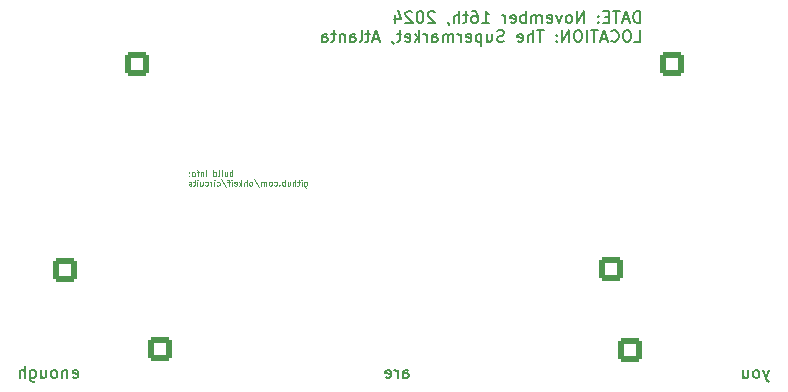
<source format=gbo>
G04 #@! TF.GenerationSoftware,KiCad,Pcbnew,(6.0.2-0)*
G04 #@! TF.CreationDate,2024-10-15T18:59:15-04:00*
G04 #@! TF.ProjectId,Common Circuits,436f6d6d-6f6e-4204-9369-726375697473,rev?*
G04 #@! TF.SameCoordinates,Original*
G04 #@! TF.FileFunction,Legend,Bot*
G04 #@! TF.FilePolarity,Positive*
%FSLAX46Y46*%
G04 Gerber Fmt 4.6, Leading zero omitted, Abs format (unit mm)*
G04 Created by KiCad (PCBNEW (6.0.2-0)) date 2024-10-15 18:59:15*
%MOMM*%
%LPD*%
G01*
G04 APERTURE LIST*
G04 Aperture macros list*
%AMRoundRect*
0 Rectangle with rounded corners*
0 $1 Rounding radius*
0 $2 $3 $4 $5 $6 $7 $8 $9 X,Y pos of 4 corners*
0 Add a 4 corners polygon primitive as box body*
4,1,4,$2,$3,$4,$5,$6,$7,$8,$9,$2,$3,0*
0 Add four circle primitives for the rounded corners*
1,1,$1+$1,$2,$3*
1,1,$1+$1,$4,$5*
1,1,$1+$1,$6,$7*
1,1,$1+$1,$8,$9*
0 Add four rect primitives between the rounded corners*
20,1,$1+$1,$2,$3,$4,$5,0*
20,1,$1+$1,$4,$5,$6,$7,0*
20,1,$1+$1,$6,$7,$8,$9,0*
20,1,$1+$1,$8,$9,$2,$3,0*%
G04 Aperture macros list end*
%ADD10C,0.150000*%
%ADD11C,0.125000*%
%ADD12C,1.600000*%
%ADD13O,1.600000X1.600000*%
%ADD14RoundRect,0.250001X-0.799999X-0.799999X0.799999X-0.799999X0.799999X0.799999X-0.799999X0.799999X0*%
%ADD15C,2.100000*%
%ADD16R,1.600000X1.600000*%
%ADD17RoundRect,0.250001X0.799999X0.799999X-0.799999X0.799999X-0.799999X-0.799999X0.799999X-0.799999X0*%
%ADD18C,2.500000*%
%ADD19R,1.800000X1.800000*%
%ADD20C,1.800000*%
G04 APERTURE END LIST*
D10*
X158392857Y-91885714D02*
X158154761Y-92552380D01*
X157916666Y-91885714D02*
X158154761Y-92552380D01*
X158250000Y-92790476D01*
X158297619Y-92838095D01*
X158392857Y-92885714D01*
X157392857Y-92552380D02*
X157488095Y-92504761D01*
X157535714Y-92457142D01*
X157583333Y-92361904D01*
X157583333Y-92076190D01*
X157535714Y-91980952D01*
X157488095Y-91933333D01*
X157392857Y-91885714D01*
X157250000Y-91885714D01*
X157154761Y-91933333D01*
X157107142Y-91980952D01*
X157059523Y-92076190D01*
X157059523Y-92361904D01*
X157107142Y-92457142D01*
X157154761Y-92504761D01*
X157250000Y-92552380D01*
X157392857Y-92552380D01*
X156202380Y-91885714D02*
X156202380Y-92552380D01*
X156630952Y-91885714D02*
X156630952Y-92409523D01*
X156583333Y-92504761D01*
X156488095Y-92552380D01*
X156345238Y-92552380D01*
X156250000Y-92504761D01*
X156202380Y-92457142D01*
X127423809Y-92552380D02*
X127423809Y-92028571D01*
X127471428Y-91933333D01*
X127566666Y-91885714D01*
X127757142Y-91885714D01*
X127852380Y-91933333D01*
X127423809Y-92504761D02*
X127519047Y-92552380D01*
X127757142Y-92552380D01*
X127852380Y-92504761D01*
X127900000Y-92409523D01*
X127900000Y-92314285D01*
X127852380Y-92219047D01*
X127757142Y-92171428D01*
X127519047Y-92171428D01*
X127423809Y-92123809D01*
X126947619Y-92552380D02*
X126947619Y-91885714D01*
X126947619Y-92076190D02*
X126900000Y-91980952D01*
X126852380Y-91933333D01*
X126757142Y-91885714D01*
X126661904Y-91885714D01*
X125947619Y-92504761D02*
X126042857Y-92552380D01*
X126233333Y-92552380D01*
X126328571Y-92504761D01*
X126376190Y-92409523D01*
X126376190Y-92028571D01*
X126328571Y-91933333D01*
X126233333Y-91885714D01*
X126042857Y-91885714D01*
X125947619Y-91933333D01*
X125900000Y-92028571D01*
X125900000Y-92123809D01*
X126376190Y-92219047D01*
X147464404Y-62497380D02*
X147464404Y-61497380D01*
X147226309Y-61497380D01*
X147083452Y-61545000D01*
X146988214Y-61640238D01*
X146940595Y-61735476D01*
X146892976Y-61925952D01*
X146892976Y-62068809D01*
X146940595Y-62259285D01*
X146988214Y-62354523D01*
X147083452Y-62449761D01*
X147226309Y-62497380D01*
X147464404Y-62497380D01*
X146512023Y-62211666D02*
X146035833Y-62211666D01*
X146607261Y-62497380D02*
X146273928Y-61497380D01*
X145940595Y-62497380D01*
X145750119Y-61497380D02*
X145178690Y-61497380D01*
X145464404Y-62497380D02*
X145464404Y-61497380D01*
X144845357Y-61973571D02*
X144512023Y-61973571D01*
X144369166Y-62497380D02*
X144845357Y-62497380D01*
X144845357Y-61497380D01*
X144369166Y-61497380D01*
X143940595Y-62402142D02*
X143892976Y-62449761D01*
X143940595Y-62497380D01*
X143988214Y-62449761D01*
X143940595Y-62402142D01*
X143940595Y-62497380D01*
X143940595Y-61878333D02*
X143892976Y-61925952D01*
X143940595Y-61973571D01*
X143988214Y-61925952D01*
X143940595Y-61878333D01*
X143940595Y-61973571D01*
X142702500Y-62497380D02*
X142702500Y-61497380D01*
X142131071Y-62497380D01*
X142131071Y-61497380D01*
X141512023Y-62497380D02*
X141607261Y-62449761D01*
X141654880Y-62402142D01*
X141702500Y-62306904D01*
X141702500Y-62021190D01*
X141654880Y-61925952D01*
X141607261Y-61878333D01*
X141512023Y-61830714D01*
X141369166Y-61830714D01*
X141273928Y-61878333D01*
X141226309Y-61925952D01*
X141178690Y-62021190D01*
X141178690Y-62306904D01*
X141226309Y-62402142D01*
X141273928Y-62449761D01*
X141369166Y-62497380D01*
X141512023Y-62497380D01*
X140845357Y-61830714D02*
X140607261Y-62497380D01*
X140369166Y-61830714D01*
X139607261Y-62449761D02*
X139702500Y-62497380D01*
X139892976Y-62497380D01*
X139988214Y-62449761D01*
X140035833Y-62354523D01*
X140035833Y-61973571D01*
X139988214Y-61878333D01*
X139892976Y-61830714D01*
X139702500Y-61830714D01*
X139607261Y-61878333D01*
X139559642Y-61973571D01*
X139559642Y-62068809D01*
X140035833Y-62164047D01*
X139131071Y-62497380D02*
X139131071Y-61830714D01*
X139131071Y-61925952D02*
X139083452Y-61878333D01*
X138988214Y-61830714D01*
X138845357Y-61830714D01*
X138750119Y-61878333D01*
X138702500Y-61973571D01*
X138702500Y-62497380D01*
X138702500Y-61973571D02*
X138654880Y-61878333D01*
X138559642Y-61830714D01*
X138416785Y-61830714D01*
X138321547Y-61878333D01*
X138273928Y-61973571D01*
X138273928Y-62497380D01*
X137797738Y-62497380D02*
X137797738Y-61497380D01*
X137797738Y-61878333D02*
X137702500Y-61830714D01*
X137512023Y-61830714D01*
X137416785Y-61878333D01*
X137369166Y-61925952D01*
X137321547Y-62021190D01*
X137321547Y-62306904D01*
X137369166Y-62402142D01*
X137416785Y-62449761D01*
X137512023Y-62497380D01*
X137702500Y-62497380D01*
X137797738Y-62449761D01*
X136512023Y-62449761D02*
X136607261Y-62497380D01*
X136797738Y-62497380D01*
X136892976Y-62449761D01*
X136940595Y-62354523D01*
X136940595Y-61973571D01*
X136892976Y-61878333D01*
X136797738Y-61830714D01*
X136607261Y-61830714D01*
X136512023Y-61878333D01*
X136464404Y-61973571D01*
X136464404Y-62068809D01*
X136940595Y-62164047D01*
X136035833Y-62497380D02*
X136035833Y-61830714D01*
X136035833Y-62021190D02*
X135988214Y-61925952D01*
X135940595Y-61878333D01*
X135845357Y-61830714D01*
X135750119Y-61830714D01*
X134131071Y-62497380D02*
X134702500Y-62497380D01*
X134416785Y-62497380D02*
X134416785Y-61497380D01*
X134512023Y-61640238D01*
X134607261Y-61735476D01*
X134702500Y-61783095D01*
X133273928Y-61497380D02*
X133464404Y-61497380D01*
X133559642Y-61545000D01*
X133607261Y-61592619D01*
X133702500Y-61735476D01*
X133750119Y-61925952D01*
X133750119Y-62306904D01*
X133702500Y-62402142D01*
X133654880Y-62449761D01*
X133559642Y-62497380D01*
X133369166Y-62497380D01*
X133273928Y-62449761D01*
X133226309Y-62402142D01*
X133178690Y-62306904D01*
X133178690Y-62068809D01*
X133226309Y-61973571D01*
X133273928Y-61925952D01*
X133369166Y-61878333D01*
X133559642Y-61878333D01*
X133654880Y-61925952D01*
X133702500Y-61973571D01*
X133750119Y-62068809D01*
X132892976Y-61830714D02*
X132512023Y-61830714D01*
X132750119Y-61497380D02*
X132750119Y-62354523D01*
X132702500Y-62449761D01*
X132607261Y-62497380D01*
X132512023Y-62497380D01*
X132178690Y-62497380D02*
X132178690Y-61497380D01*
X131750119Y-62497380D02*
X131750119Y-61973571D01*
X131797738Y-61878333D01*
X131892976Y-61830714D01*
X132035833Y-61830714D01*
X132131071Y-61878333D01*
X132178690Y-61925952D01*
X131226309Y-62449761D02*
X131226309Y-62497380D01*
X131273928Y-62592619D01*
X131321547Y-62640238D01*
X130083452Y-61592619D02*
X130035833Y-61545000D01*
X129940595Y-61497380D01*
X129702500Y-61497380D01*
X129607261Y-61545000D01*
X129559642Y-61592619D01*
X129512023Y-61687857D01*
X129512023Y-61783095D01*
X129559642Y-61925952D01*
X130131071Y-62497380D01*
X129512023Y-62497380D01*
X128892976Y-61497380D02*
X128797738Y-61497380D01*
X128702500Y-61545000D01*
X128654880Y-61592619D01*
X128607261Y-61687857D01*
X128559642Y-61878333D01*
X128559642Y-62116428D01*
X128607261Y-62306904D01*
X128654880Y-62402142D01*
X128702500Y-62449761D01*
X128797738Y-62497380D01*
X128892976Y-62497380D01*
X128988214Y-62449761D01*
X129035833Y-62402142D01*
X129083452Y-62306904D01*
X129131071Y-62116428D01*
X129131071Y-61878333D01*
X129083452Y-61687857D01*
X129035833Y-61592619D01*
X128988214Y-61545000D01*
X128892976Y-61497380D01*
X128178690Y-61592619D02*
X128131071Y-61545000D01*
X128035833Y-61497380D01*
X127797738Y-61497380D01*
X127702500Y-61545000D01*
X127654880Y-61592619D01*
X127607261Y-61687857D01*
X127607261Y-61783095D01*
X127654880Y-61925952D01*
X128226309Y-62497380D01*
X127607261Y-62497380D01*
X126750119Y-61830714D02*
X126750119Y-62497380D01*
X126988214Y-61449761D02*
X127226309Y-62164047D01*
X126607261Y-62164047D01*
X146988214Y-64107380D02*
X147464404Y-64107380D01*
X147464404Y-63107380D01*
X146464404Y-63107380D02*
X146273928Y-63107380D01*
X146178690Y-63155000D01*
X146083452Y-63250238D01*
X146035833Y-63440714D01*
X146035833Y-63774047D01*
X146083452Y-63964523D01*
X146178690Y-64059761D01*
X146273928Y-64107380D01*
X146464404Y-64107380D01*
X146559642Y-64059761D01*
X146654880Y-63964523D01*
X146702500Y-63774047D01*
X146702500Y-63440714D01*
X146654880Y-63250238D01*
X146559642Y-63155000D01*
X146464404Y-63107380D01*
X145035833Y-64012142D02*
X145083452Y-64059761D01*
X145226309Y-64107380D01*
X145321547Y-64107380D01*
X145464404Y-64059761D01*
X145559642Y-63964523D01*
X145607261Y-63869285D01*
X145654880Y-63678809D01*
X145654880Y-63535952D01*
X145607261Y-63345476D01*
X145559642Y-63250238D01*
X145464404Y-63155000D01*
X145321547Y-63107380D01*
X145226309Y-63107380D01*
X145083452Y-63155000D01*
X145035833Y-63202619D01*
X144654880Y-63821666D02*
X144178690Y-63821666D01*
X144750119Y-64107380D02*
X144416785Y-63107380D01*
X144083452Y-64107380D01*
X143892976Y-63107380D02*
X143321547Y-63107380D01*
X143607261Y-64107380D02*
X143607261Y-63107380D01*
X142988214Y-64107380D02*
X142988214Y-63107380D01*
X142321547Y-63107380D02*
X142131071Y-63107380D01*
X142035833Y-63155000D01*
X141940595Y-63250238D01*
X141892976Y-63440714D01*
X141892976Y-63774047D01*
X141940595Y-63964523D01*
X142035833Y-64059761D01*
X142131071Y-64107380D01*
X142321547Y-64107380D01*
X142416785Y-64059761D01*
X142512023Y-63964523D01*
X142559642Y-63774047D01*
X142559642Y-63440714D01*
X142512023Y-63250238D01*
X142416785Y-63155000D01*
X142321547Y-63107380D01*
X141464404Y-64107380D02*
X141464404Y-63107380D01*
X140892976Y-64107380D01*
X140892976Y-63107380D01*
X140416785Y-64012142D02*
X140369166Y-64059761D01*
X140416785Y-64107380D01*
X140464404Y-64059761D01*
X140416785Y-64012142D01*
X140416785Y-64107380D01*
X140416785Y-63488333D02*
X140369166Y-63535952D01*
X140416785Y-63583571D01*
X140464404Y-63535952D01*
X140416785Y-63488333D01*
X140416785Y-63583571D01*
X139321547Y-63107380D02*
X138750119Y-63107380D01*
X139035833Y-64107380D02*
X139035833Y-63107380D01*
X138416785Y-64107380D02*
X138416785Y-63107380D01*
X137988214Y-64107380D02*
X137988214Y-63583571D01*
X138035833Y-63488333D01*
X138131071Y-63440714D01*
X138273928Y-63440714D01*
X138369166Y-63488333D01*
X138416785Y-63535952D01*
X137131071Y-64059761D02*
X137226309Y-64107380D01*
X137416785Y-64107380D01*
X137512023Y-64059761D01*
X137559642Y-63964523D01*
X137559642Y-63583571D01*
X137512023Y-63488333D01*
X137416785Y-63440714D01*
X137226309Y-63440714D01*
X137131071Y-63488333D01*
X137083452Y-63583571D01*
X137083452Y-63678809D01*
X137559642Y-63774047D01*
X135940595Y-64059761D02*
X135797738Y-64107380D01*
X135559642Y-64107380D01*
X135464404Y-64059761D01*
X135416785Y-64012142D01*
X135369166Y-63916904D01*
X135369166Y-63821666D01*
X135416785Y-63726428D01*
X135464404Y-63678809D01*
X135559642Y-63631190D01*
X135750119Y-63583571D01*
X135845357Y-63535952D01*
X135892976Y-63488333D01*
X135940595Y-63393095D01*
X135940595Y-63297857D01*
X135892976Y-63202619D01*
X135845357Y-63155000D01*
X135750119Y-63107380D01*
X135512023Y-63107380D01*
X135369166Y-63155000D01*
X134512023Y-63440714D02*
X134512023Y-64107380D01*
X134940595Y-63440714D02*
X134940595Y-63964523D01*
X134892976Y-64059761D01*
X134797738Y-64107380D01*
X134654880Y-64107380D01*
X134559642Y-64059761D01*
X134512023Y-64012142D01*
X134035833Y-63440714D02*
X134035833Y-64440714D01*
X134035833Y-63488333D02*
X133940595Y-63440714D01*
X133750119Y-63440714D01*
X133654880Y-63488333D01*
X133607261Y-63535952D01*
X133559642Y-63631190D01*
X133559642Y-63916904D01*
X133607261Y-64012142D01*
X133654880Y-64059761D01*
X133750119Y-64107380D01*
X133940595Y-64107380D01*
X134035833Y-64059761D01*
X132750119Y-64059761D02*
X132845357Y-64107380D01*
X133035833Y-64107380D01*
X133131071Y-64059761D01*
X133178690Y-63964523D01*
X133178690Y-63583571D01*
X133131071Y-63488333D01*
X133035833Y-63440714D01*
X132845357Y-63440714D01*
X132750119Y-63488333D01*
X132702500Y-63583571D01*
X132702500Y-63678809D01*
X133178690Y-63774047D01*
X132273928Y-64107380D02*
X132273928Y-63440714D01*
X132273928Y-63631190D02*
X132226309Y-63535952D01*
X132178690Y-63488333D01*
X132083452Y-63440714D01*
X131988214Y-63440714D01*
X131654880Y-64107380D02*
X131654880Y-63440714D01*
X131654880Y-63535952D02*
X131607261Y-63488333D01*
X131512023Y-63440714D01*
X131369166Y-63440714D01*
X131273928Y-63488333D01*
X131226309Y-63583571D01*
X131226309Y-64107380D01*
X131226309Y-63583571D02*
X131178690Y-63488333D01*
X131083452Y-63440714D01*
X130940595Y-63440714D01*
X130845357Y-63488333D01*
X130797738Y-63583571D01*
X130797738Y-64107380D01*
X129892976Y-64107380D02*
X129892976Y-63583571D01*
X129940595Y-63488333D01*
X130035833Y-63440714D01*
X130226309Y-63440714D01*
X130321547Y-63488333D01*
X129892976Y-64059761D02*
X129988214Y-64107380D01*
X130226309Y-64107380D01*
X130321547Y-64059761D01*
X130369166Y-63964523D01*
X130369166Y-63869285D01*
X130321547Y-63774047D01*
X130226309Y-63726428D01*
X129988214Y-63726428D01*
X129892976Y-63678809D01*
X129416785Y-64107380D02*
X129416785Y-63440714D01*
X129416785Y-63631190D02*
X129369166Y-63535952D01*
X129321547Y-63488333D01*
X129226309Y-63440714D01*
X129131071Y-63440714D01*
X128797738Y-64107380D02*
X128797738Y-63107380D01*
X128702500Y-63726428D02*
X128416785Y-64107380D01*
X128416785Y-63440714D02*
X128797738Y-63821666D01*
X127607261Y-64059761D02*
X127702500Y-64107380D01*
X127892976Y-64107380D01*
X127988214Y-64059761D01*
X128035833Y-63964523D01*
X128035833Y-63583571D01*
X127988214Y-63488333D01*
X127892976Y-63440714D01*
X127702500Y-63440714D01*
X127607261Y-63488333D01*
X127559642Y-63583571D01*
X127559642Y-63678809D01*
X128035833Y-63774047D01*
X127273928Y-63440714D02*
X126892976Y-63440714D01*
X127131071Y-63107380D02*
X127131071Y-63964523D01*
X127083452Y-64059761D01*
X126988214Y-64107380D01*
X126892976Y-64107380D01*
X126512023Y-64059761D02*
X126512023Y-64107380D01*
X126559642Y-64202619D01*
X126607261Y-64250238D01*
X125369166Y-63821666D02*
X124892976Y-63821666D01*
X125464404Y-64107380D02*
X125131071Y-63107380D01*
X124797738Y-64107380D01*
X124607261Y-63440714D02*
X124226309Y-63440714D01*
X124464404Y-63107380D02*
X124464404Y-63964523D01*
X124416785Y-64059761D01*
X124321547Y-64107380D01*
X124226309Y-64107380D01*
X123750119Y-64107380D02*
X123845357Y-64059761D01*
X123892976Y-63964523D01*
X123892976Y-63107380D01*
X122940595Y-64107380D02*
X122940595Y-63583571D01*
X122988214Y-63488333D01*
X123083452Y-63440714D01*
X123273928Y-63440714D01*
X123369166Y-63488333D01*
X122940595Y-64059761D02*
X123035833Y-64107380D01*
X123273928Y-64107380D01*
X123369166Y-64059761D01*
X123416785Y-63964523D01*
X123416785Y-63869285D01*
X123369166Y-63774047D01*
X123273928Y-63726428D01*
X123035833Y-63726428D01*
X122940595Y-63678809D01*
X122464404Y-63440714D02*
X122464404Y-64107380D01*
X122464404Y-63535952D02*
X122416785Y-63488333D01*
X122321547Y-63440714D01*
X122178690Y-63440714D01*
X122083452Y-63488333D01*
X122035833Y-63583571D01*
X122035833Y-64107380D01*
X121702500Y-63440714D02*
X121321547Y-63440714D01*
X121559642Y-63107380D02*
X121559642Y-63964523D01*
X121512023Y-64059761D01*
X121416785Y-64107380D01*
X121321547Y-64107380D01*
X120559642Y-64107380D02*
X120559642Y-63583571D01*
X120607261Y-63488333D01*
X120702500Y-63440714D01*
X120892976Y-63440714D01*
X120988214Y-63488333D01*
X120559642Y-64059761D02*
X120654880Y-64107380D01*
X120892976Y-64107380D01*
X120988214Y-64059761D01*
X121035833Y-63964523D01*
X121035833Y-63869285D01*
X120988214Y-63774047D01*
X120892976Y-63726428D01*
X120654880Y-63726428D01*
X120559642Y-63678809D01*
D11*
X112966964Y-75473690D02*
X112966964Y-74973690D01*
X112966964Y-75164166D02*
X112919345Y-75140357D01*
X112824107Y-75140357D01*
X112776488Y-75164166D01*
X112752678Y-75187976D01*
X112728869Y-75235595D01*
X112728869Y-75378452D01*
X112752678Y-75426071D01*
X112776488Y-75449880D01*
X112824107Y-75473690D01*
X112919345Y-75473690D01*
X112966964Y-75449880D01*
X112300297Y-75140357D02*
X112300297Y-75473690D01*
X112514583Y-75140357D02*
X112514583Y-75402261D01*
X112490773Y-75449880D01*
X112443154Y-75473690D01*
X112371726Y-75473690D01*
X112324107Y-75449880D01*
X112300297Y-75426071D01*
X112062202Y-75473690D02*
X112062202Y-75140357D01*
X112062202Y-74973690D02*
X112086011Y-74997500D01*
X112062202Y-75021309D01*
X112038392Y-74997500D01*
X112062202Y-74973690D01*
X112062202Y-75021309D01*
X111752678Y-75473690D02*
X111800297Y-75449880D01*
X111824107Y-75402261D01*
X111824107Y-74973690D01*
X111347916Y-75473690D02*
X111347916Y-74973690D01*
X111347916Y-75449880D02*
X111395535Y-75473690D01*
X111490773Y-75473690D01*
X111538392Y-75449880D01*
X111562202Y-75426071D01*
X111586011Y-75378452D01*
X111586011Y-75235595D01*
X111562202Y-75187976D01*
X111538392Y-75164166D01*
X111490773Y-75140357D01*
X111395535Y-75140357D01*
X111347916Y-75164166D01*
X110728869Y-75473690D02*
X110728869Y-75140357D01*
X110728869Y-74973690D02*
X110752678Y-74997500D01*
X110728869Y-75021309D01*
X110705059Y-74997500D01*
X110728869Y-74973690D01*
X110728869Y-75021309D01*
X110490773Y-75140357D02*
X110490773Y-75473690D01*
X110490773Y-75187976D02*
X110466964Y-75164166D01*
X110419345Y-75140357D01*
X110347916Y-75140357D01*
X110300297Y-75164166D01*
X110276488Y-75211785D01*
X110276488Y-75473690D01*
X110109821Y-75140357D02*
X109919345Y-75140357D01*
X110038392Y-75473690D02*
X110038392Y-75045119D01*
X110014583Y-74997500D01*
X109966964Y-74973690D01*
X109919345Y-74973690D01*
X109681250Y-75473690D02*
X109728869Y-75449880D01*
X109752678Y-75426071D01*
X109776488Y-75378452D01*
X109776488Y-75235595D01*
X109752678Y-75187976D01*
X109728869Y-75164166D01*
X109681250Y-75140357D01*
X109609821Y-75140357D01*
X109562202Y-75164166D01*
X109538392Y-75187976D01*
X109514583Y-75235595D01*
X109514583Y-75378452D01*
X109538392Y-75426071D01*
X109562202Y-75449880D01*
X109609821Y-75473690D01*
X109681250Y-75473690D01*
X109300297Y-75426071D02*
X109276488Y-75449880D01*
X109300297Y-75473690D01*
X109324107Y-75449880D01*
X109300297Y-75426071D01*
X109300297Y-75473690D01*
X109300297Y-75164166D02*
X109276488Y-75187976D01*
X109300297Y-75211785D01*
X109324107Y-75187976D01*
X109300297Y-75164166D01*
X109300297Y-75211785D01*
X119062202Y-75945357D02*
X119062202Y-76350119D01*
X119086011Y-76397738D01*
X119109821Y-76421547D01*
X119157440Y-76445357D01*
X119228869Y-76445357D01*
X119276488Y-76421547D01*
X119062202Y-76254880D02*
X119109821Y-76278690D01*
X119205059Y-76278690D01*
X119252678Y-76254880D01*
X119276488Y-76231071D01*
X119300297Y-76183452D01*
X119300297Y-76040595D01*
X119276488Y-75992976D01*
X119252678Y-75969166D01*
X119205059Y-75945357D01*
X119109821Y-75945357D01*
X119062202Y-75969166D01*
X118824107Y-76278690D02*
X118824107Y-75945357D01*
X118824107Y-75778690D02*
X118847916Y-75802500D01*
X118824107Y-75826309D01*
X118800297Y-75802500D01*
X118824107Y-75778690D01*
X118824107Y-75826309D01*
X118657440Y-75945357D02*
X118466964Y-75945357D01*
X118586011Y-75778690D02*
X118586011Y-76207261D01*
X118562202Y-76254880D01*
X118514583Y-76278690D01*
X118466964Y-76278690D01*
X118300297Y-76278690D02*
X118300297Y-75778690D01*
X118086011Y-76278690D02*
X118086011Y-76016785D01*
X118109821Y-75969166D01*
X118157440Y-75945357D01*
X118228869Y-75945357D01*
X118276488Y-75969166D01*
X118300297Y-75992976D01*
X117633630Y-75945357D02*
X117633630Y-76278690D01*
X117847916Y-75945357D02*
X117847916Y-76207261D01*
X117824107Y-76254880D01*
X117776488Y-76278690D01*
X117705059Y-76278690D01*
X117657440Y-76254880D01*
X117633630Y-76231071D01*
X117395535Y-76278690D02*
X117395535Y-75778690D01*
X117395535Y-75969166D02*
X117347916Y-75945357D01*
X117252678Y-75945357D01*
X117205059Y-75969166D01*
X117181250Y-75992976D01*
X117157440Y-76040595D01*
X117157440Y-76183452D01*
X117181250Y-76231071D01*
X117205059Y-76254880D01*
X117252678Y-76278690D01*
X117347916Y-76278690D01*
X117395535Y-76254880D01*
X116943154Y-76231071D02*
X116919345Y-76254880D01*
X116943154Y-76278690D01*
X116966964Y-76254880D01*
X116943154Y-76231071D01*
X116943154Y-76278690D01*
X116490773Y-76254880D02*
X116538392Y-76278690D01*
X116633630Y-76278690D01*
X116681250Y-76254880D01*
X116705059Y-76231071D01*
X116728869Y-76183452D01*
X116728869Y-76040595D01*
X116705059Y-75992976D01*
X116681250Y-75969166D01*
X116633630Y-75945357D01*
X116538392Y-75945357D01*
X116490773Y-75969166D01*
X116205059Y-76278690D02*
X116252678Y-76254880D01*
X116276488Y-76231071D01*
X116300297Y-76183452D01*
X116300297Y-76040595D01*
X116276488Y-75992976D01*
X116252678Y-75969166D01*
X116205059Y-75945357D01*
X116133630Y-75945357D01*
X116086011Y-75969166D01*
X116062202Y-75992976D01*
X116038392Y-76040595D01*
X116038392Y-76183452D01*
X116062202Y-76231071D01*
X116086011Y-76254880D01*
X116133630Y-76278690D01*
X116205059Y-76278690D01*
X115824107Y-76278690D02*
X115824107Y-75945357D01*
X115824107Y-75992976D02*
X115800297Y-75969166D01*
X115752678Y-75945357D01*
X115681250Y-75945357D01*
X115633630Y-75969166D01*
X115609821Y-76016785D01*
X115609821Y-76278690D01*
X115609821Y-76016785D02*
X115586011Y-75969166D01*
X115538392Y-75945357D01*
X115466964Y-75945357D01*
X115419345Y-75969166D01*
X115395535Y-76016785D01*
X115395535Y-76278690D01*
X114800297Y-75754880D02*
X115228869Y-76397738D01*
X114562202Y-76278690D02*
X114609821Y-76254880D01*
X114633630Y-76231071D01*
X114657440Y-76183452D01*
X114657440Y-76040595D01*
X114633630Y-75992976D01*
X114609821Y-75969166D01*
X114562202Y-75945357D01*
X114490773Y-75945357D01*
X114443154Y-75969166D01*
X114419345Y-75992976D01*
X114395535Y-76040595D01*
X114395535Y-76183452D01*
X114419345Y-76231071D01*
X114443154Y-76254880D01*
X114490773Y-76278690D01*
X114562202Y-76278690D01*
X114181250Y-76278690D02*
X114181250Y-75778690D01*
X113966964Y-76278690D02*
X113966964Y-76016785D01*
X113990773Y-75969166D01*
X114038392Y-75945357D01*
X114109821Y-75945357D01*
X114157440Y-75969166D01*
X114181250Y-75992976D01*
X113728869Y-76278690D02*
X113728869Y-75778690D01*
X113681250Y-76088214D02*
X113538392Y-76278690D01*
X113538392Y-75945357D02*
X113728869Y-76135833D01*
X113133630Y-76254880D02*
X113181250Y-76278690D01*
X113276488Y-76278690D01*
X113324107Y-76254880D01*
X113347916Y-76207261D01*
X113347916Y-76016785D01*
X113324107Y-75969166D01*
X113276488Y-75945357D01*
X113181250Y-75945357D01*
X113133630Y-75969166D01*
X113109821Y-76016785D01*
X113109821Y-76064404D01*
X113347916Y-76112023D01*
X112895535Y-76278690D02*
X112895535Y-75945357D01*
X112895535Y-75778690D02*
X112919345Y-75802500D01*
X112895535Y-75826309D01*
X112871726Y-75802500D01*
X112895535Y-75778690D01*
X112895535Y-75826309D01*
X112728869Y-75945357D02*
X112538392Y-75945357D01*
X112657440Y-76278690D02*
X112657440Y-75850119D01*
X112633630Y-75802500D01*
X112586011Y-75778690D01*
X112538392Y-75778690D01*
X112014583Y-75754880D02*
X112443154Y-76397738D01*
X111633630Y-76254880D02*
X111681250Y-76278690D01*
X111776488Y-76278690D01*
X111824107Y-76254880D01*
X111847916Y-76231071D01*
X111871726Y-76183452D01*
X111871726Y-76040595D01*
X111847916Y-75992976D01*
X111824107Y-75969166D01*
X111776488Y-75945357D01*
X111681250Y-75945357D01*
X111633630Y-75969166D01*
X111419345Y-76278690D02*
X111419345Y-75945357D01*
X111419345Y-75778690D02*
X111443154Y-75802500D01*
X111419345Y-75826309D01*
X111395535Y-75802500D01*
X111419345Y-75778690D01*
X111419345Y-75826309D01*
X111181250Y-76278690D02*
X111181250Y-75945357D01*
X111181250Y-76040595D02*
X111157440Y-75992976D01*
X111133630Y-75969166D01*
X111086011Y-75945357D01*
X111038392Y-75945357D01*
X110657440Y-76254880D02*
X110705059Y-76278690D01*
X110800297Y-76278690D01*
X110847916Y-76254880D01*
X110871726Y-76231071D01*
X110895535Y-76183452D01*
X110895535Y-76040595D01*
X110871726Y-75992976D01*
X110847916Y-75969166D01*
X110800297Y-75945357D01*
X110705059Y-75945357D01*
X110657440Y-75969166D01*
X110228869Y-75945357D02*
X110228869Y-76278690D01*
X110443154Y-75945357D02*
X110443154Y-76207261D01*
X110419345Y-76254880D01*
X110371726Y-76278690D01*
X110300297Y-76278690D01*
X110252678Y-76254880D01*
X110228869Y-76231071D01*
X109990773Y-76278690D02*
X109990773Y-75945357D01*
X109990773Y-75778690D02*
X110014583Y-75802500D01*
X109990773Y-75826309D01*
X109966964Y-75802500D01*
X109990773Y-75778690D01*
X109990773Y-75826309D01*
X109824107Y-75945357D02*
X109633630Y-75945357D01*
X109752678Y-75778690D02*
X109752678Y-76207261D01*
X109728869Y-76254880D01*
X109681250Y-76278690D01*
X109633630Y-76278690D01*
X109490773Y-76254880D02*
X109443154Y-76278690D01*
X109347916Y-76278690D01*
X109300297Y-76254880D01*
X109276488Y-76207261D01*
X109276488Y-76183452D01*
X109300297Y-76135833D01*
X109347916Y-76112023D01*
X109419345Y-76112023D01*
X109466964Y-76088214D01*
X109490773Y-76040595D01*
X109490773Y-76016785D01*
X109466964Y-75969166D01*
X109419345Y-75945357D01*
X109347916Y-75945357D01*
X109300297Y-75969166D01*
D10*
X99471428Y-92504761D02*
X99566666Y-92552380D01*
X99757142Y-92552380D01*
X99852380Y-92504761D01*
X99900000Y-92409523D01*
X99900000Y-92028571D01*
X99852380Y-91933333D01*
X99757142Y-91885714D01*
X99566666Y-91885714D01*
X99471428Y-91933333D01*
X99423809Y-92028571D01*
X99423809Y-92123809D01*
X99900000Y-92219047D01*
X98995238Y-91885714D02*
X98995238Y-92552380D01*
X98995238Y-91980952D02*
X98947619Y-91933333D01*
X98852380Y-91885714D01*
X98709523Y-91885714D01*
X98614285Y-91933333D01*
X98566666Y-92028571D01*
X98566666Y-92552380D01*
X97947619Y-92552380D02*
X98042857Y-92504761D01*
X98090476Y-92457142D01*
X98138095Y-92361904D01*
X98138095Y-92076190D01*
X98090476Y-91980952D01*
X98042857Y-91933333D01*
X97947619Y-91885714D01*
X97804761Y-91885714D01*
X97709523Y-91933333D01*
X97661904Y-91980952D01*
X97614285Y-92076190D01*
X97614285Y-92361904D01*
X97661904Y-92457142D01*
X97709523Y-92504761D01*
X97804761Y-92552380D01*
X97947619Y-92552380D01*
X96757142Y-91885714D02*
X96757142Y-92552380D01*
X97185714Y-91885714D02*
X97185714Y-92409523D01*
X97138095Y-92504761D01*
X97042857Y-92552380D01*
X96900000Y-92552380D01*
X96804761Y-92504761D01*
X96757142Y-92457142D01*
X95852380Y-91885714D02*
X95852380Y-92695238D01*
X95900000Y-92790476D01*
X95947619Y-92838095D01*
X96042857Y-92885714D01*
X96185714Y-92885714D01*
X96280952Y-92838095D01*
X95852380Y-92504761D02*
X95947619Y-92552380D01*
X96138095Y-92552380D01*
X96233333Y-92504761D01*
X96280952Y-92457142D01*
X96328571Y-92361904D01*
X96328571Y-92076190D01*
X96280952Y-91980952D01*
X96233333Y-91933333D01*
X96138095Y-91885714D01*
X95947619Y-91885714D01*
X95852380Y-91933333D01*
X95376190Y-92552380D02*
X95376190Y-91552380D01*
X94947619Y-92552380D02*
X94947619Y-92028571D01*
X94995238Y-91933333D01*
X95090476Y-91885714D01*
X95233333Y-91885714D01*
X95328571Y-91933333D01*
X95376190Y-91980952D01*
%LPC*%
D12*
X157430000Y-78050000D03*
D13*
X147270000Y-78050000D03*
D14*
X98750000Y-83400000D03*
D15*
X103350000Y-83400000D03*
X107950000Y-83400000D03*
D14*
X145000000Y-83300000D03*
D15*
X149600000Y-83300000D03*
D14*
X150150000Y-66000000D03*
D15*
X154750000Y-66000000D03*
D16*
X133200000Y-78300000D03*
D13*
X133200000Y-80840000D03*
X133200000Y-83380000D03*
X133200000Y-85920000D03*
X140820000Y-85920000D03*
X140820000Y-83380000D03*
X140820000Y-80840000D03*
X140820000Y-78300000D03*
D12*
X157430000Y-74350000D03*
D13*
X147270000Y-74350000D03*
D12*
X154950000Y-70950000D03*
X149950000Y-70950000D03*
X107300000Y-78000000D03*
D13*
X97140000Y-78000000D03*
D15*
X137400000Y-90200000D03*
X142000000Y-90200000D03*
D17*
X146600000Y-90200000D03*
D16*
X125794888Y-89150000D03*
D12*
X128294888Y-89150000D03*
D17*
X104850000Y-66000000D03*
D15*
X100250000Y-66000000D03*
D12*
X107280000Y-74500000D03*
D13*
X97120000Y-74500000D03*
D12*
X104400000Y-71100000D03*
X99400000Y-71100000D03*
D18*
X96000000Y-62650000D03*
D16*
X112500000Y-78300000D03*
D13*
X112500000Y-80840000D03*
X112500000Y-83380000D03*
X112500000Y-85920000D03*
X120120000Y-85920000D03*
X120120000Y-83380000D03*
X120120000Y-80840000D03*
X120120000Y-78300000D03*
D14*
X106850000Y-90150000D03*
D15*
X111450000Y-90150000D03*
X116050000Y-90150000D03*
D19*
X125625000Y-81250000D03*
D20*
X128165000Y-81250000D03*
M02*

</source>
